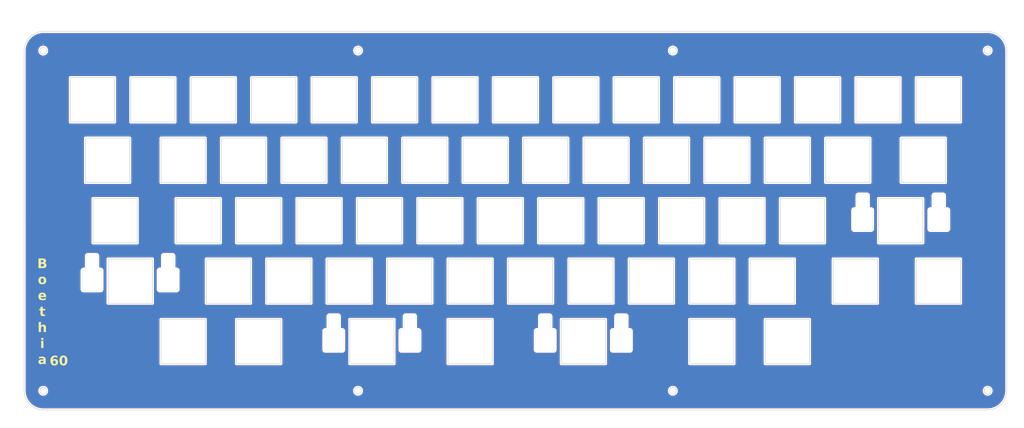
<source format=kicad_pcb>
(kicad_pcb (version 20240108) (generator "pcbnew") (generator_version "8.0")
  (layers (0 "F.Cu" signal) (31 "B.Cu" signal) (34 "B.Paste" user) (35 "F.Paste" user) (36 "B.SilkS" user "B.Silkscreen") (37 "F.SilkS" user "F.Silkscreen") (38 "B.Mask" user) (39 "F.Mask" user) (44 "Edge.Cuts" user))
  (net 0 "")
  (footprint "local:STAB_choc_2u_plate" (layer "F.Cu") (at 289.433 73.914)
    (property "Reference" "REF**" (hide yes))
    (property "Value" "STAB_choc_2u_plate")
    (fp_line (start -15.15 2.55) (end -15.15 -3.3) (stroke (width 0.05)) (layer "Edge.Cuts"))
    (fp_line (start -14.65 -3.8) (end -14.3 -3.8) (stroke (width 0.05)) (layer "Edge.Cuts"))
    (fp_line (start -14.65 3.05) (end -9.35 3.05) (stroke (width 0.05)) (layer "Edge.Cuts"))
    (fp_line (start -13.8 -4.3) (end -13.8 -7.95) (stroke (width 0.05)) (layer "Edge.Cuts"))
    (fp_line (start -13.3 -8.45) (end -10.7 -8.45) (stroke (width 0.05)) (layer "Edge.Cuts"))
    (fp_line (start -10.2 -4.3) (end -10.2 -7.95) (stroke (width 0.05)) (layer "Edge.Cuts"))
    (fp_line (start -9.35 -3.8) (end -9.7 -3.8) (stroke (width 0.05)) (layer "Edge.Cuts"))
    (fp_line (start -8.85 2.55) (end -8.85 -3.3) (stroke (width 0.05)) (layer "Edge.Cuts"))
    (fp_line (start 8.85 2.55) (end 8.85 -3.3) (stroke (width 0.05)) (layer "Edge.Cuts"))
    (fp_line (start 9.35 -3.8) (end 9.7 -3.8) (stroke (width 0.05)) (layer "Edge.Cuts"))
    (fp_line (start 10.2 -4.3) (end 10.2 -7.95) (stroke (width 0.05)) (layer "Edge.Cuts"))
    (fp_line (start 13.3 -8.45) (end 10.7 -8.45) (stroke (width 0.05)) (layer "Edge.Cuts"))
    (fp_line (start 13.8 -4.3) (end 13.8 -7.95) (stroke (width 0.05)) (layer "Edge.Cuts"))
    (fp_line (start 14.65 -3.8) (end 14.3 -3.8) (stroke (width 0.05)) (layer "Edge.Cuts"))
    (fp_line (start 14.65 3.05) (end 9.35 3.05) (stroke (width 0.05)) (layer "Edge.Cuts"))
    (fp_line (start 15.15 2.55) (end 15.15 -3.3) (stroke (width 0.05)) (layer "Edge.Cuts"))
    (fp_arc (start -15.15 -3.3) (mid -15.003553 -3.653553) (end -14.65 -3.8) (stroke (width 0.05)) (layer "Edge.Cuts"))
    (fp_arc (start -14.65 3.05) (mid -15.003553 2.903553) (end -15.15 2.55) (stroke (width 0.05)) (layer "Edge.Cuts"))
    (fp_arc (start -13.8 -7.95) (mid -13.653553 -8.303553) (end -13.3 -8.45) (stroke (width 0.05)) (layer "Edge.Cuts"))
    (fp_arc (start -13.8 -4.3) (mid -13.946447 -3.946447) (end -14.3 -3.8) (stroke (width 0.05)) (layer "Edge.Cuts"))
    (fp_arc (start -10.7 -8.45) (mid -10.346447 -8.303553) (end -10.2 -7.95) (stroke (width 0.05)) (layer "Edge.Cuts"))
    (fp_arc (start -9.7 -3.8) (mid -10.053553 -3.946447) (end -10.2 -4.3) (stroke (width 0.05)) (layer "Edge.Cuts"))
    (fp_arc (start -9.35 -3.8) (mid -8.996447 -3.653553) (end -8.85 -3.3) (stroke (width 0.05)) (layer "Edge.Cuts"))
    (fp_arc (start -8.85 2.55) (mid -8.996447 2.903553) (end -9.35 3.05) (stroke (width 0.05)) (layer "Edge.Cuts"))
    (fp_arc (start 8.85 -3.3) (mid 8.996447 -3.653553) (end 9.35 -3.8) (stroke (width 0.05)) (layer "Edge.Cuts"))
    (fp_arc (start 9.35 3.05) (mid 8.996447 2.903553) (end 8.85 2.55) (stroke (width 0.05)) (layer "Edge.Cuts"))
    (fp_arc (start 10.2 -7.95) (mid 10.346447 -8.303553) (end 10.7 -8.45) (stroke (width 0.05)) (layer "Edge.Cuts"))
    (fp_arc (start 10.2 -4.3) (mid 10.053553 -3.946447) (end 9.7 -3.8) (stroke (width 0.05)) (layer "Edge.Cuts"))
    (fp_arc (start 13.3 -8.45) (mid 13.653553 -8.303553) (end 13.8 -7.95) (stroke (width 0.05)) (layer "Edge.Cuts"))
    (fp_arc (start 14.3 -3.8) (mid 13.946447 -3.946447) (end 13.8 -4.3) (stroke (width 0.05)) (layer "Edge.Cuts"))
    (fp_arc (start 14.65 -3.8) (mid 15.003553 -3.653553) (end 15.15 -3.3) (stroke (width 0.05)) (layer "Edge.Cuts"))
    (fp_arc (start 15.15 2.55) (mid 15.003553 2.903553) (end 14.65 3.05) (stroke (width 0.05)) (layer "Edge.Cuts"))
  )
  (footprint "local:STAB_choc_2u_plate" (layer "F.Cu") (at 189.357 112.014)
    (property "Reference" "REF**" (hide yes))
    (property "Value" "STAB_choc_2u_plate")
    (fp_line (start -15.15 2.55) (end -15.15 -3.3) (stroke (width 0.05)) (layer "Edge.Cuts"))
    (fp_line (start -14.65 -3.8) (end -14.3 -3.8) (stroke (width 0.05)) (layer "Edge.Cuts"))
    (fp_line (start -14.65 3.05) (end -9.35 3.05) (stroke (width 0.05)) (layer "Edge.Cuts"))
    (fp_line (start -13.8 -4.3) (end -13.8 -7.95) (stroke (width 0.05)) (layer "Edge.Cuts"))
    (fp_line (start -13.3 -8.45) (end -10.7 -8.45) (stroke (width 0.05)) (layer "Edge.Cuts"))
    (fp_line (start -10.2 -4.3) (end -10.2 -7.95) (stroke (width 0.05)) (layer "Edge.Cuts"))
    (fp_line (start -9.35 -3.8) (end -9.7 -3.8) (stroke (width 0.05)) (layer "Edge.Cuts"))
    (fp_line (start -8.85 2.55) (end -8.85 -3.3) (stroke (width 0.05)) (layer "Edge.Cuts"))
    (fp_line (start 8.85 2.55) (end 8.85 -3.3) (stroke (width 0.05)) (layer "Edge.Cuts"))
    (fp_line (start 9.35 -3.8) (end 9.7 -3.8) (stroke (width 0.05)) (layer "Edge.Cuts"))
    (fp_line (start 10.2 -4.3) (end 10.2 -7.95) (stroke (width 0.05)) (layer "Edge.Cuts"))
    (fp_line (start 13.3 -8.45) (end 10.7 -8.45) (stroke (width 0.05)) (layer "Edge.Cuts"))
    (fp_line (start 13.8 -4.3) (end 13.8 -7.95) (stroke (width 0.05)) (layer "Edge.Cuts"))
    (fp_line (start 14.65 -3.8) (end 14.3 -3.8) (stroke (width 0.05)) (layer "Edge.Cuts"))
    (fp_line (start 14.65 3.05) (end 9.35 3.05) (stroke (width 0.05)) (layer "Edge.Cuts"))
    (fp_line (start 15.15 2.55) (end 15.15 -3.3) (stroke (width 0.05)) (layer "Edge.Cuts"))
    (fp_arc (start -15.15 -3.3) (mid -15.003553 -3.653553) (end -14.65 -3.8) (stroke (width 0.05)) (layer "Edge.Cuts"))
    (fp_arc (start -14.65 3.05) (mid -15.003553 2.903553) (end -15.15 2.55) (stroke (width 0.05)) (layer "Edge.Cuts"))
    (fp_arc (start -13.8 -7.95) (mid -13.653553 -8.303553) (end -13.3 -8.45) (stroke (width 0.05)) (layer "Edge.Cuts"))
    (fp_arc (start -13.8 -4.3) (mid -13.946447 -3.946447) (end -14.3 -3.8) (stroke (width 0.05)) (layer "Edge.Cuts"))
    (fp_arc (start -10.7 -8.45) (mid -10.346447 -8.303553) (end -10.2 -7.95) (stroke (width 0.05)) (layer "Edge.Cuts"))
    (fp_arc (start -9.7 -3.8) (mid -10.053553 -3.946447) (end -10.2 -4.3) (stroke (width 0.05)) (layer "Edge.Cuts"))
    (fp_arc (start -9.35 -3.8) (mid -8.996447 -3.653553) (end -8.85 -3.3) (stroke (width 0.05)) (layer "Edge.Cuts"))
    (fp_arc (start -8.85 2.55) (mid -8.996447 2.903553) (end -9.35 3.05) (stroke (width 0.05)) (layer "Edge.Cuts"))
    (fp_arc (start 8.85 -3.3) (mid 8.996447 -3.653553) (end 9.35 -3.8) (stroke (width 0.05)) (layer "Edge.Cuts"))
    (fp_arc (start 9.35 3.05) (mid 8.996447 2.903553) (end 8.85 2.55) (stroke (width 0.05)) (layer "Edge.Cuts"))
    (fp_arc (start 10.2 -7.95) (mid 10.346447 -8.303553) (end 10.7 -8.45) (stroke (width 0.05)) (layer "Edge.Cuts"))
    (fp_arc (start 10.2 -4.3) (mid 10.053553 -3.946447) (end 9.7 -3.8) (stroke (width 0.05)) (layer "Edge.Cuts"))
    (fp_arc (start 13.3 -8.45) (mid 13.653553 -8.303553) (end 13.8 -7.95) (stroke (width 0.05)) (layer "Edge.Cuts"))
    (fp_arc (start 14.3 -3.8) (mid 13.946447 -3.946447) (end 13.8 -4.3) (stroke (width 0.05)) (layer "Edge.Cuts"))
    (fp_arc (start 14.65 -3.8) (mid 15.003553 -3.653553) (end 15.15 -3.3) (stroke (width 0.05)) (layer "Edge.Cuts"))
    (fp_arc (start 15.15 2.55) (mid 15.003553 2.903553) (end 14.65 3.05) (stroke (width 0.05)) (layer "Edge.Cuts"))
  )
  (footprint "local:STAB_choc_2u_plate" (layer "F.Cu") (at 46.482 92.964)
    (property "Reference" "REF**" (hide yes))
    (property "Value" "STAB_choc_2u_plate")
    (fp_line (start -15.15 2.55) (end -15.15 -3.3) (stroke (width 0.05)) (layer "Edge.Cuts"))
    (fp_line (start -14.65 -3.8) (end -14.3 -3.8) (stroke (width 0.05)) (layer "Edge.Cuts"))
    (fp_line (start -14.65 3.05) (end -9.35 3.05) (stroke (width 0.05)) (layer "Edge.Cuts"))
    (fp_line (start -13.8 -4.3) (end -13.8 -7.95) (stroke (width 0.05)) (layer "Edge.Cuts"))
    (fp_line (start -13.3 -8.45) (end -10.7 -8.45) (stroke (width 0.05)) (layer "Edge.Cuts"))
    (fp_line (start -10.2 -4.3) (end -10.2 -7.95) (stroke (width 0.05)) (layer "Edge.Cuts"))
    (fp_line (start -9.35 -3.8) (end -9.7 -3.8) (stroke (width 0.05)) (layer "Edge.Cuts"))
    (fp_line (start -8.85 2.55) (end -8.85 -3.3) (stroke (width 0.05)) (layer "Edge.Cuts"))
    (fp_line (start 8.85 2.55) (end 8.85 -3.3) (stroke (width 0.05)) (layer "Edge.Cuts"))
    (fp_line (start 9.35 -3.8) (end 9.7 -3.8) (stroke (width 0.05)) (layer "Edge.Cuts"))
    (fp_line (start 10.2 -4.3) (end 10.2 -7.95) (stroke (width 0.05)) (layer "Edge.Cuts"))
    (fp_line (start 13.3 -8.45) (end 10.7 -8.45) (stroke (width 0.05)) (layer "Edge.Cuts"))
    (fp_line (start 13.8 -4.3) (end 13.8 -7.95) (stroke (width 0.05)) (layer "Edge.Cuts"))
    (fp_line (start 14.65 -3.8) (end 14.3 -3.8) (stroke (width 0.05)) (layer "Edge.Cuts"))
    (fp_line (start 14.65 3.05) (end 9.35 3.05) (stroke (width 0.05)) (layer "Edge.Cuts"))
    (fp_line (start 15.15 2.55) (end 15.15 -3.3) (stroke (width 0.05)) (layer "Edge.Cuts"))
    (fp_arc (start -15.15 -3.3) (mid -15.003553 -3.653553) (end -14.65 -3.8) (stroke (width 0.05)) (layer "Edge.Cuts"))
    (fp_arc (start -14.65 3.05) (mid -15.003553 2.903553) (end -15.15 2.55) (stroke (width 0.05)) (layer "Edge.Cuts"))
    (fp_arc (start -13.8 -7.95) (mid -13.653553 -8.303553) (end -13.3 -8.45) (stroke (width 0.05)) (layer "Edge.Cuts"))
    (fp_arc (start -13.8 -4.3) (mid -13.946447 -3.946447) (end -14.3 -3.8) (stroke (width 0.05)) (layer "Edge.Cuts"))
    (fp_arc (start -10.7 -8.45) (mid -10.346447 -8.303553) (end -10.2 -7.95) (stroke (width 0.05)) (layer "Edge.Cuts"))
    (fp_arc (start -9.7 -3.8) (mid -10.053553 -3.946447) (end -10.2 -4.3) (stroke (width 0.05)) (layer "Edge.Cuts"))
    (fp_arc (start -9.35 -3.8) (mid -8.996447 -3.653553) (end -8.85 -3.3) (stroke (width 0.05)) (layer "Edge.Cuts"))
    (fp_arc (start -8.85 2.55) (mid -8.996447 2.903553) (end -9.35 3.05) (stroke (width 0.05)) (layer "Edge.Cuts"))
    (fp_arc (start 8.85 -3.3) (mid 8.996447 -3.653553) (end 9.35 -3.8) (stroke (width 0.05)) (layer "Edge.Cuts"))
    (fp_arc (start 9.35 3.05) (mid 8.996447 2.903553) (end 8.85 2.55) (stroke (width 0.05)) (layer "Edge.Cuts"))
    (fp_arc (start 10.2 -7.95) (mid 10.346447 -8.303553) (end 10.7 -8.45) (stroke (width 0.05)) (layer "Edge.Cuts"))
    (fp_arc (start 10.2 -4.3) (mid 10.053553 -3.946447) (end 9.7 -3.8) (stroke (width 0.05)) (layer "Edge.Cuts"))
    (fp_arc (start 13.3 -8.45) (mid 13.653553 -8.303553) (end 13.8 -7.95) (stroke (width 0.05)) (layer "Edge.Cuts"))
    (fp_arc (start 14.3 -3.8) (mid 13.946447 -3.946447) (end 13.8 -4.3) (stroke (width 0.05)) (layer "Edge.Cuts"))
    (fp_arc (start 14.65 -3.8) (mid 15.003553 -3.653553) (end 15.15 -3.3) (stroke (width 0.05)) (layer "Edge.Cuts"))
    (fp_arc (start 15.15 2.55) (mid 15.003553 2.903553) (end 14.65 3.05) (stroke (width 0.05)) (layer "Edge.Cuts"))
  )
  (footprint "local:STAB_choc_2u_plate" (layer "F.Cu") (at 122.682 112.014)
    (property "Reference" "REF**" (hide yes))
    (property "Value" "STAB_choc_2u_plate")
    (fp_line (start -15.15 2.55) (end -15.15 -3.3) (stroke (width 0.05)) (layer "Edge.Cuts"))
    (fp_line (start -14.65 -3.8) (end -14.3 -3.8) (stroke (width 0.05)) (layer "Edge.Cuts"))
    (fp_line (start -14.65 3.05) (end -9.35 3.05) (stroke (width 0.05)) (layer "Edge.Cuts"))
    (fp_line (start -13.8 -4.3) (end -13.8 -7.95) (stroke (width 0.05)) (layer "Edge.Cuts"))
    (fp_line (start -13.3 -8.45) (end -10.7 -8.45) (stroke (width 0.05)) (layer "Edge.Cuts"))
    (fp_line (start -10.2 -4.3) (end -10.2 -7.95) (stroke (width 0.05)) (layer "Edge.Cuts"))
    (fp_line (start -9.35 -3.8) (end -9.7 -3.8) (stroke (width 0.05)) (layer "Edge.Cuts"))
    (fp_line (start -8.85 2.55) (end -8.85 -3.3) (stroke (width 0.05)) (layer "Edge.Cuts"))
    (fp_line (start 8.85 2.55) (end 8.85 -3.3) (stroke (width 0.05)) (layer "Edge.Cuts"))
    (fp_line (start 9.35 -3.8) (end 9.7 -3.8) (stroke (width 0.05)) (layer "Edge.Cuts"))
    (fp_line (start 10.2 -4.3) (end 10.2 -7.95) (stroke (width 0.05)) (layer "Edge.Cuts"))
    (fp_line (start 13.3 -8.45) (end 10.7 -8.45) (stroke (width 0.05)) (layer "Edge.Cuts"))
    (fp_line (start 13.8 -4.3) (end 13.8 -7.95) (stroke (width 0.05)) (layer "Edge.Cuts"))
    (fp_line (start 14.65 -3.8) (end 14.3 -3.8) (stroke (width 0.05)) (layer "Edge.Cuts"))
    (fp_line (start 14.65 3.05) (end 9.35 3.05) (stroke (width 0.05)) (layer "Edge.Cuts"))
    (fp_line (start 15.15 2.55) (end 15.15 -3.3) (stroke (width 0.05)) (layer "Edge.Cuts"))
    (fp_arc (start -15.15 -3.3) (mid -15.003553 -3.653553) (end -14.65 -3.8) (stroke (width 0.05)) (layer "Edge.Cuts"))
    (fp_arc (start -14.65 3.05) (mid -15.003553 2.903553) (end -15.15 2.55) (stroke (width 0.05)) (layer "Edge.Cuts"))
    (fp_arc (start -13.8 -7.95) (mid -13.653553 -8.303553) (end -13.3 -8.45) (stroke (width 0.05)) (layer "Edge.Cuts"))
    (fp_arc (start -13.8 -4.3) (mid -13.946447 -3.946447) (end -14.3 -3.8) (stroke (width 0.05)) (layer "Edge.Cuts"))
    (fp_arc (start -10.7 -8.45) (mid -10.346447 -8.303553) (end -10.2 -7.95) (stroke (width 0.05)) (layer "Edge.Cuts"))
    (fp_arc (start -9.7 -3.8) (mid -10.053553 -3.946447) (end -10.2 -4.3) (stroke (width 0.05)) (layer "Edge.Cuts"))
    (fp_arc (start -9.35 -3.8) (mid -8.996447 -3.653553) (end -8.85 -3.3) (stroke (width 0.05)) (layer "Edge.Cuts"))
    (fp_arc (start -8.85 2.55) (mid -8.996447 2.903553) (end -9.35 3.05) (stroke (width 0.05)) (layer "Edge.Cuts"))
    (fp_arc (start 8.85 -3.3) (mid 8.996447 -3.653553) (end 9.35 -3.8) (stroke (width 0.05)) (layer "Edge.Cuts"))
    (fp_arc (start 9.35 3.05) (mid 8.996447 2.903553) (end 8.85 2.55) (stroke (width 0.05)) (layer "Edge.Cuts"))
    (fp_arc (start 10.2 -7.95) (mid 10.346447 -8.303553) (end 10.7 -8.45) (stroke (width 0.05)) (layer "Edge.Cuts"))
    (fp_arc (start 10.2 -4.3) (mid 10.053553 -3.946447) (end 9.7 -3.8) (stroke (width 0.05)) (layer "Edge.Cuts"))
    (fp_arc (start 13.3 -8.45) (mid 13.653553 -8.303553) (end 13.8 -7.95) (stroke (width 0.05)) (layer "Edge.Cuts"))
    (fp_arc (start 14.3 -3.8) (mid 13.946447 -3.946447) (end 13.8 -4.3) (stroke (width 0.05)) (layer "Edge.Cuts"))
    (fp_arc (start 14.65 -3.8) (mid 15.003553 -3.653553) (end 15.15 -3.3) (stroke (width 0.05)) (layer "Edge.Cuts"))
    (fp_arc (start 15.15 2.55) (mid 15.003553 2.903553) (end 14.65 3.05) (stroke (width 0.05)) (layer "Edge.Cuts"))
  )
  (gr_poly (pts (xy 19.431 19.222497) (xy 19.738 19.379497) (xy 19.981 19.622497) (xy 20.138 19.929497) (xy 20.192 20.269497) (xy 20.138 20.608497) (xy 19.981 20.915497) (xy 19.738 21.158497) (xy 19.431 21.315497) (xy 19.092 21.369497) (xy 18.752 21.315497) (xy 18.445 21.158497) (xy 18.202 20.915497) (xy 18.045 20.608497) (xy 17.992 20.269497) (xy 18.045 19.929497) (xy 18.202 19.622497) (xy 18.445 19.379497) (xy 18.752 19.222497) (xy 19.092 19.169497)) (stroke (width 0.188976)) (fill none) (layer "Edge.Cuts"))
  (gr_poly (pts (xy 236.878994 99.9445) (xy 222.878994 99.9445) (xy 222.878994 85.9445) (xy 236.878994 85.9445)) (stroke (width 0.188976)) (fill none) (layer "Edge.Cuts"))
  (gr_poly (pts (xy 260.691998 118.994495) (xy 246.691998 118.994495) (xy 246.691998 104.994495) (xy 260.691998 104.994495)) (stroke (width 0.188976)) (fill none) (layer "Edge.Cuts"))
  (gr_poly (pts (xy 179.729 99.9445) (xy 165.729 99.9445) (xy 165.729 85.9445) (xy 179.729 85.9445)) (stroke (width 0.188976)) (fill none) (layer "Edge.Cuts"))
  (gr_poly (pts (xy 118.682003 126.473499) (xy 118.988003 126.630497) (xy 119.231999 126.8735) (xy 119.387997 127.1805) (xy 119.441998 127.520496) (xy 119.387997 127.8595) (xy 119.231999 128.1665) (xy 118.988003 128.409496) (xy 118.682003 128.566494) (xy 118.341999 128.620494) (xy 118.002003 128.566494) (xy 117.694996 128.409496) (xy 117.452 128.1665) (xy 117.296002 127.8595) (xy 117.242001 127.520496) (xy 117.296002 127.1805) (xy 117.452 126.8735) (xy 117.694996 126.630497) (xy 118.002003 126.473499) (xy 118.341999 126.420497)) (stroke (width 0.188976)) (fill none) (layer "Edge.Cuts"))
  (gr_poly (pts (xy 227.354 80.894496) (xy 213.354 80.894496) (xy 213.354 66.894496) (xy 227.354 66.894496)) (stroke (width 0.188976)) (fill none) (layer "Edge.Cuts"))
  (gr_poly (pts (xy 189.253994 80.894496) (xy 175.253994 80.894496) (xy 175.253994 66.894496) (xy 189.253994 66.894496)) (stroke (width 0.188976)) (fill none) (layer "Edge.Cuts"))
  (gr_poly (pts (xy 196.398007 118.994495) (xy 182.398007 118.994495) (xy 182.398007 104.994495) (xy 196.398007 104.994495)) (stroke (width 0.188976)) (fill none) (layer "Edge.Cuts"))
  (gr_poly (pts (xy 129.723004 118.994495) (xy 115.723004 118.994495) (xy 115.723004 104.994495) (xy 129.723004 104.994495)) (stroke (width 0.188976)) (fill none) (layer "Edge.Cuts"))
  (gr_poly (pts (xy 70.192002 118.994495) (xy 56.192002 118.994495) (xy 56.192002 104.994495) (xy 70.192002 104.994495)) (stroke (width 0.188976)) (fill none) (layer "Edge.Cuts"))
  (gr_poly (pts (xy 296.41 80.894496) (xy 282.41 80.894496) (xy 282.41 66.894496) (xy 296.41 66.894496)) (stroke (width 0.188976)) (fill none) (layer "Edge.Cuts"))
  (gr_poly (pts (xy 127.341999 61.844497) (xy 113.341999 61.844497) (xy 113.341999 47.844497) (xy 127.341999 47.844497)) (stroke (width 0.188976)) (fill none) (layer "Edge.Cuts"))
  (gr_poly (pts (xy 289.266995 42.794498) (xy 275.266995 42.794498) (xy 275.266995 28.794496) (xy 289.266995 28.794496)) (stroke (width 0.188976)) (fill none) (layer "Edge.Cuts"))
  (gr_poly (pts (xy 41.617001 42.794498) (xy 27.616999 42.794498) (xy 27.616999 28.794496) (xy 41.617001 28.794496)) (stroke (width 0.188976)) (fill none) (layer "Edge.Cuts"))
  (gr_poly (pts (xy 74.953999 80.894496) (xy 60.953999 80.894496) (xy 60.953999 66.894496) (xy 74.953999 66.894496)) (stroke (width 0.188976)) (fill none) (layer "Edge.Cuts"))
  (gr_poly (pts (xy 217.932003 126.473499) (xy 218.238995 126.630497) (xy 218.482006 126.8735) (xy 218.637997 127.1805) (xy 218.691998 127.520496) (xy 218.637997 127.8595) (xy 218.482006 128.1665) (xy 218.238995 128.409496) (xy 217.932003 128.566494) (xy 217.592007 128.620494) (xy 217.251995 128.566494) (xy 216.945996 128.409496) (xy 216.701992 128.1665) (xy 216.546002 127.8595) (xy 216.492001 127.520496) (xy 216.546002 127.1805) (xy 216.701992 126.8735) (xy 216.945996 126.630497) (xy 217.251995 126.473499) (xy 217.592007 126.420497)) (stroke (width 0.188976)) (fill none) (layer "Edge.Cuts"))
  (gr_poly (pts (xy 60.667 42.794498) (xy 46.667 42.794498) (xy 46.667 28.794496) (xy 60.667 28.794496)) (stroke (width 0.188976)) (fill none) (layer "Edge.Cuts"))
  (gr_poly (pts (xy 84.479 99.9445) (xy 70.479 99.9445) (xy 70.479 85.9445) (xy 84.479 85.9445)) (stroke (width 0.188976)) (fill none) (layer "Edge.Cuts"))
  (gr_poly (pts (xy 103.529004 99.9445) (xy 89.529004 99.9445) (xy 89.529004 85.9445) (xy 103.529004 85.9445)) (stroke (width 0.188976)) (fill none) (layer "Edge.Cuts"))
  (gr_poly (pts (xy 79.716999 42.794498) (xy 65.716999 42.794498) (xy 65.716999 28.794496) (xy 79.716999 28.794496)) (stroke (width 0.188976)) (fill none) (layer "Edge.Cuts"))
  (gr_poly (pts (xy 122.578999 99.9445) (xy 108.578999 99.9445) (xy 108.578999 85.9445) (xy 122.578999 85.9445)) (stroke (width 0.188976)) (fill none) (layer "Edge.Cuts"))
  (gr_poly (pts (xy 260.691998 61.844497) (xy 246.691998 61.844497) (xy 246.691998 47.844497) (xy 260.691998 47.844497)) (stroke (width 0.188976)) (fill none) (layer "Edge.Cuts"))
  (gr_poly (pts (xy 70.192002 61.844497) (xy 56.192002 61.844497) (xy 56.192002 47.844497) (xy 70.192002 47.844497)) (stroke (width 0.188976)) (fill none) (layer "Edge.Cuts"))
  (gr_poly (pts (xy 217.829007 99.9445) (xy 203.829007 99.9445) (xy 203.829007 85.9445) (xy 217.829007 85.9445)) (stroke (width 0.188976)) (fill none) (layer "Edge.Cuts"))
  (gr_poly (pts (xy 279.742001 61.844497) (xy 265.740994 61.844497) (xy 265.740994 47.844497) (xy 279.742001 47.844497)) (stroke (width 0.188976)) (fill none) (layer "Edge.Cuts"))
  (gr_poly (pts (xy 132.104 80.894496) (xy 118.104 80.894496) (xy 118.104 66.894496) (xy 132.104 66.894496)) (stroke (width 0.188976)) (fill none) (layer "Edge.Cuts"))
  (gr_poly (pts (xy 208.303997 80.894496) (xy 194.303997 80.894496) (xy 194.303997 66.894496) (xy 208.303997 66.894496)) (stroke (width 0.188976)) (fill none) (layer "Edge.Cuts"))
  (gr_poly (pts (xy 217.932003 19.222497) (xy 218.238995 19.379497) (xy 218.482006 19.622497) (xy 218.637997 19.929497) (xy 218.691998 20.269497) (xy 218.637997 20.608497) (xy 218.482006 20.915497) (xy 218.238995 21.158497) (xy 217.932003 21.315497) (xy 217.592007 21.369497) (xy 217.251995 21.315497) (xy 216.945996 21.158497) (xy 216.701992 20.915497) (xy 216.546002 20.608497) (xy 216.492001 20.269497) (xy 216.546002 19.929497) (xy 216.701992 19.622497) (xy 216.945996 19.379497) (xy 217.251995 19.222497) (xy 217.592007 19.169497)) (stroke (width 0.188976)) (fill none) (layer "Edge.Cuts"))
  (gr_poly (pts (xy 155.917004 42.794498) (xy 141.917004 42.794498) (xy 141.917004 28.794496) (xy 155.917004 28.794496)) (stroke (width 0.188976)) (fill none) (layer "Edge.Cuts"))
  (gr_poly (pts (xy 232.117001 42.794498) (xy 218.117001 42.794498) (xy 218.117001 28.794496) (xy 232.117001 28.794496)) (stroke (width 0.188976)) (fill none) (layer "Edge.Cuts"))
  (gr_poly (pts (xy 236.878994 118.994495) (xy 222.878994 118.994495) (xy 222.878994 104.994495) (xy 236.878994 104.994495)) (stroke (width 0.188976)) (fill none) (layer "Edge.Cuts"))
  (gr_poly (pts (xy 308.317013 42.794498) (xy 294.317013 42.794498) (xy 294.317013 28.794496) (xy 308.317013 28.794496)) (stroke (width 0.188976)) (fill none) (layer "Edge.Cuts"))
  (gr_poly (pts (xy 165.441998 61.844497) (xy 151.441998 61.844497) (xy 151.441998 47.844497) (xy 165.441998 47.844497)) (stroke (width 0.188976)) (fill none) (layer "Edge.Cuts"))
  (gr_poly (pts (xy 151.154004 80.894496) (xy 137.154004 80.894496) (xy 137.154004 66.894496) (xy 151.154004 66.894496)) (stroke (width 0.188976)) (fill none) (layer "Edge.Cuts"))
  (gr_poly (pts (xy 222.592007 61.844497) (xy 208.592007 61.844497) (xy 208.592007 47.844497) (xy 222.592007 47.844497)) (stroke (width 0.188976)) (fill none) (layer "Edge.Cuts"))
  (gr_poly (pts (xy 246.404004 80.894496) (xy 232.404004 80.894496) (xy 232.404004 66.894496) (xy 246.404004 66.894496)) (stroke (width 0.188976)) (fill none) (layer "Edge.Cuts"))
  (gr_poly (pts (xy 198.779004 99.9445) (xy 184.779004 99.9445) (xy 184.779004 85.9445) (xy 198.779004 85.9445)) (stroke (width 0.188976)) (fill none) (layer "Edge.Cuts"))
  (gr_poly (pts (xy 118.682003 19.222497) (xy 118.988003 19.379497) (xy 119.231999 19.622497) (xy 119.387997 19.929497) (xy 119.441998 20.269497) (xy 119.387997 20.608497) (xy 119.231999 20.915497) (xy 118.988003 21.158497) (xy 118.682003 21.315497) (xy 118.341999 21.369497) (xy 118.002003 21.315497) (xy 117.694996 21.158497) (xy 117.452 20.915497) (xy 117.296002 20.608497) (xy 117.242001 20.269497) (xy 117.296002 19.929497) (xy 117.452 19.622497) (xy 117.694996 19.379497) (xy 118.002003 19.222497) (xy 118.341999 19.169497)) (stroke (width 0.188976)) (fill none) (layer "Edge.Cuts"))
  (gr_poly (pts (xy 317.182003 126.473499) (xy 317.48901 126.630497) (xy 317.731991 126.8735) (xy 317.889004 127.1805) (xy 317.94299 127.520496) (xy 317.889004 127.8595) (xy 317.731991 128.1665) (xy 317.48901 128.409496) (xy 317.182003 128.566494) (xy 316.843014 128.620494) (xy 316.502987 128.566494) (xy 316.196011 128.409496) (xy 315.953 128.1665) (xy 315.795987 127.8595) (xy 315.743008 127.520496) (xy 315.795987 127.1805) (xy 315.953 126.8735) (xy 316.196011 126.630497) (xy 316.502987 126.473499) (xy 316.843014 126.420497)) (stroke (width 0.188976)) (fill none) (layer "Edge.Cuts"))
  (gr_poly (pts (xy 303.554013 61.844497) (xy 289.554013 61.844497) (xy 289.554013 47.844497) (xy 303.554013 47.844497)) (stroke (width 0.188976)) (fill none) (layer "Edge.Cuts"))
  (gr_poly (pts (xy 170.204007 80.894496) (xy 156.204007 80.894496) (xy 156.204007 66.894496) (xy 170.204007 66.894496)) (stroke (width 0.188976)) (fill none) (layer "Edge.Cuts"))
  (gr_poly (pts (xy 265.454007 80.894496) (xy 251.454007 80.894496) (xy 251.454007 66.894496) (xy 265.454007 66.894496)) (stroke (width 0.188976)) (fill none) (layer "Edge.Cuts"))
  (gr_poly (pts (xy 136.865994 42.794498) (xy 122.866002 42.794498) (xy 122.866002 28.794496) (xy 136.865994 28.794496)) (stroke (width 0.188976)) (fill none) (layer "Edge.Cuts"))
  (gr_poly (pts (xy 251.167004 42.794498) (xy 237.167004 42.794498) (xy 237.167004 28.794496) (xy 251.167004 28.794496)) (stroke (width 0.188976)) (fill none) (layer "Edge.Cuts"))
  (gr_poly (pts (xy 194.016995 42.794498) (xy 180.016995 42.794498) (xy 180.016995 28.794496) (xy 194.016995 28.794496)) (stroke (width 0.188976)) (fill none) (layer "Edge.Cuts"))
  (gr_poly (pts (xy 48.759999 80.894496) (xy 34.760001 80.894496) (xy 34.760001 66.894496) (xy 48.759999 66.894496)) (stroke (width 0.188976)) (fill none) (layer "Edge.Cuts"))
  (gr_poly (pts (xy 46.378998 61.844497) (xy 32.379 61.844497) (xy 32.379 47.844497) (xy 46.378998 47.844497)) (stroke (width 0.188976)) (fill none) (layer "Edge.Cuts"))
  (gr_poly (pts (xy 98.767003 42.794498) (xy 84.767003 42.794498) (xy 84.767003 28.794496) (xy 98.767003 28.794496)) (stroke (width 0.188976)) (fill none) (layer "Edge.Cuts"))
  (gr_poly (pts (xy 160.678997 118.994495) (xy 146.678997 118.994495) (xy 146.678997 104.994495) (xy 160.678997 104.994495)) (stroke (width 0.188976)) (fill none) (layer "Edge.Cuts"))
  (gr_poly (pts (xy 308.317013 99.9445) (xy 294.317013 99.9445) (xy 294.317013 85.9445) (xy 308.317013 85.9445)) (stroke (width 0.188976)) (fill none) (layer "Edge.Cuts"))
  (gr_poly (pts (xy 146.391995 61.844497) (xy 132.392003 61.844497) (xy 132.392003 47.844497) (xy 146.391995 47.844497)) (stroke (width 0.188976)) (fill none) (layer "Edge.Cuts"))
  (gr_poly (pts (xy 213.066998 42.794498) (xy 199.066998 42.794498) (xy 199.066998 28.794496) (xy 213.066998 28.794496)) (stroke (width 0.188976)) (fill none) (layer "Edge.Cuts"))
  (gr_poly (pts (xy 317.312985 14.287497) (xy 317.781002 14.342497) (xy 318.243008 14.434497) (xy 318.696987 14.562497) (xy 319.139004 14.725497) (xy 319.566006 14.922497) (xy 319.976986 15.153497) (xy 320.369015 15.414497) (xy 320.73901 15.706497) (xy 321.084988 16.026497) (xy 321.404995 16.372497) (xy 321.696987 16.742497) (xy 321.958004 17.134497) (xy 322.188992 17.545497) (xy 322.386013 17.972497) (xy 322.549008 18.414497) (xy 322.676999 18.868497) (xy 322.769009 19.330497) (xy 322.824002 19.798497) (xy 322.843014 20.269497) (xy 322.843014 127.519497) (xy 322.824002 127.990497) (xy 322.769009 128.4585) (xy 322.676999 128.920497) (xy 322.549008 129.3745) (xy 322.386013 129.816494) (xy 322.188992 130.243495) (xy 321.958004 130.654499) (xy 321.696987 131.046497) (xy 321.404995 131.4165) (xy 321.084988 131.7625) (xy 320.73901 132.0825) (xy 320.369015 132.3745) (xy 319.976986 132.635494) (xy 319.566006 132.866497) (xy 319.139004 133.063495) (xy 318.696987 133.226497) (xy 318.243008 133.354496) (xy 317.781002 133.446499) (xy 317.312985 133.501499) (xy 316.843014 133.519497) (xy 19.092 133.519497) (xy 18.621 133.501499) (xy 18.153 133.446499) (xy 17.691 133.354496) (xy 17.237 133.226497) (xy 16.795 133.063495) (xy 16.368 132.866497) (xy 15.957 132.635494) (xy 15.565 132.3745) (xy 15.195 132.0825) (xy 14.849 131.7625) (xy 14.529 131.4165) (xy 14.237 131.046497) (xy 13.976 130.654499) (xy 13.745 130.243495) (xy 13.548 129.816494) (xy 13.385 129.3745) (xy 13.257 128.920497) (xy 13.165 128.4585) (xy 13.11 127.990497) (xy 13.091 127.519497) (xy 13.092 20.268497) (xy 13.11 19.798497) (xy 13.165 19.330497) (xy 13.257 18.868497) (xy 13.385 18.414497) (xy 13.548 17.972497) (xy 13.745 17.545497) (xy 13.976 17.134497) (xy 14.237 16.742497) (xy 14.529 16.372497) (xy 14.849 16.026497) (xy 15.195 15.706497) (xy 15.565 15.414497) (xy 15.957 15.153497) (xy 16.368 14.922497) (xy 16.795 14.725497) (xy 17.237 14.562497) (xy 17.691 14.434497) (xy 18.153 14.342497) (xy 18.621 14.287497) (xy 19.092 14.268497) (xy 316.843014 14.268497)) (stroke (width 0.188976)) (fill none) (layer "Edge.Cuts"))
  (gr_poly (pts (xy 282.123013 99.9445) (xy 268.123013 99.9445) (xy 268.123013 85.9445) (xy 282.123013 85.9445)) (stroke (width 0.188976)) (fill none) (layer "Edge.Cuts"))
  (gr_poly (pts (xy 174.967007 42.794498) (xy 160.967007 42.794498) (xy 160.967007 28.794496) (xy 174.967007 28.794496)) (stroke (width 0.188976)) (fill none) (layer "Edge.Cuts"))
  (gr_poly (pts (xy 241.641995 61.844497) (xy 227.641995 61.844497) (xy 227.641995 47.844497) (xy 241.641995 47.844497)) (stroke (width 0.188976)) (fill none) (layer "Edge.Cuts"))
  (gr_poly (pts (xy 117.816998 42.794498) (xy 103.816998 42.794498) (xy 103.816998 28.794496) (xy 117.816998 28.794496)) (stroke (width 0.188976)) (fill none) (layer "Edge.Cuts"))
  (gr_poly (pts (xy 19.431 126.473499) (xy 19.738 126.630497) (xy 19.981 126.8735) (xy 20.138 127.1805) (xy 20.192 127.520496) (xy 20.138 127.8595) (xy 19.981 128.1665) (xy 19.738 128.409496) (xy 19.431 128.566494) (xy 19.092 128.620494) (xy 18.752 128.566494) (xy 18.445 128.409496) (xy 18.202 128.1665) (xy 18.045 127.8595) (xy 17.992 127.520496) (xy 18.045 127.1805) (xy 18.202 126.8735) (xy 18.445 126.630497) (xy 18.752 126.473499) (xy 19.092 126.420497)) (stroke (width 0.188976)) (fill none) (layer "Edge.Cuts"))
  (gr_poly (pts (xy 255.928997 99.9445) (xy 241.928997 99.9445) (xy 241.928997 85.9445) (xy 255.928997 85.9445)) (stroke (width 0.188976)) (fill none) (layer "Edge.Cuts"))
  (gr_poly (pts (xy 113.053997 80.894496) (xy 99.053997 80.894496) (xy 99.053997 66.894496) (xy 113.053997 66.894496)) (stroke (width 0.188976)) (fill none) (layer "Edge.Cuts"))
  (gr_poly (pts (xy 184.492001 61.844497) (xy 170.492001 61.844497) (xy 170.492001 47.844497) (xy 184.492001 47.844497)) (stroke (width 0.188976)) (fill none) (layer "Edge.Cuts"))
  (gr_poly (pts (xy 94.004002 118.994495) (xy 80.004002 118.994495) (xy 80.004002 104.994495) (xy 94.004002 104.994495)) (stroke (width 0.188976)) (fill none) (layer "Edge.Cuts"))
  (gr_poly (pts (xy 53.522999 99.9445) (xy 39.522999 99.9445) (xy 39.522999 85.9445) (xy 53.522999 85.9445)) (stroke (width 0.188976)) (fill none) (layer "Edge.Cuts"))
  (gr_poly (pts (xy 270.217007 42.794498) (xy 256.217007 42.794498) (xy 256.217007 28.794496) (xy 270.217007 28.794496)) (stroke (width 0.188976)) (fill none) (layer "Edge.Cuts"))
  (gr_poly (pts (xy 94.004002 80.894496) (xy 80.004002 80.894496) (xy 80.004002 66.894496) (xy 94.004002 66.894496)) (stroke (width 0.188976)) (fill none) (layer "Edge.Cuts"))
  (gr_poly (pts (xy 160.678997 99.9445) (xy 146.678997 99.9445) (xy 146.678997 85.9445) (xy 160.678997 85.9445)) (stroke (width 0.188976)) (fill none) (layer "Edge.Cuts"))
  (gr_poly (pts (xy 203.542004 61.844497) (xy 189.542004 61.844497) (xy 189.542004 47.844497) (xy 203.542004 47.844497)) (stroke (width 0.188976)) (fill none) (layer "Edge.Cuts"))
  (gr_poly (pts (xy 108.291996 61.844497) (xy 94.291996 61.844497) (xy 94.291996 47.844497) (xy 108.291996 47.844497)) (stroke (width 0.188976)) (fill none) (layer "Edge.Cuts"))
  (gr_poly (pts (xy 89.242001 61.844497) (xy 75.242001 61.844497) (xy 75.242001 47.844497) (xy 89.242001 47.844497)) (stroke (width 0.188976)) (fill none) (layer "Edge.Cuts"))
  (gr_poly (pts (xy 141.628994 99.9445) (xy 127.629002 99.9445) (xy 127.629002 85.9445) (xy 141.628994 85.9445)) (stroke (width 0.188976)) (fill none) (layer "Edge.Cuts"))
  (gr_poly (pts (xy 317.182003 19.222497) (xy 317.48901 19.379497) (xy 317.731991 19.622497) (xy 317.889004 19.929497) (xy 317.94299 20.269497) (xy 317.889004 20.608497) (xy 317.731991 20.915497) (xy 317.48901 21.158497) (xy 317.182003 21.315497) (xy 316.843014 21.369497) (xy 316.502987 21.315497) (xy 316.196011 21.158497) (xy 315.953 20.915497) (xy 315.795987 20.608497) (xy 315.743008 20.269497) (xy 315.795987 19.929497) (xy 315.953 19.622497) (xy 316.196011 19.379497) (xy 316.502987 19.222497) (xy 316.843014 19.169497)) (stroke (width 0.188976)) (fill none) (layer "Edge.Cuts"))
  (gr_text "B\no\ne\nt\nh\ni\na" (at 18.796 85.852 0) (layer "F.SilkS") (effects (font (size 3 3) (thickness 0.3) (bold yes)) (justify top)))
  (gr_text "60" (at 21.082 120.015 0) (layer "F.SilkS") (effects (font (size 3 3) (thickness 0.3) (bold yes)) (justify left bottom)))
  (zone (net 0) (net_name "") (layers "F&B.Cu") (connect_pads (clearance 0.5)) (min_thickness 0.25) (fill yes (thermal_gap 0.5) (thermal_bridge_width 0.5) (island_removal_mode 1) (island_area_min 10))
    (polygon (pts (xy 5.461 4.318) (xy 328.295 7.874) (xy 327.533 139.319) (xy 6.096 138.303)))
  )
)
</source>
